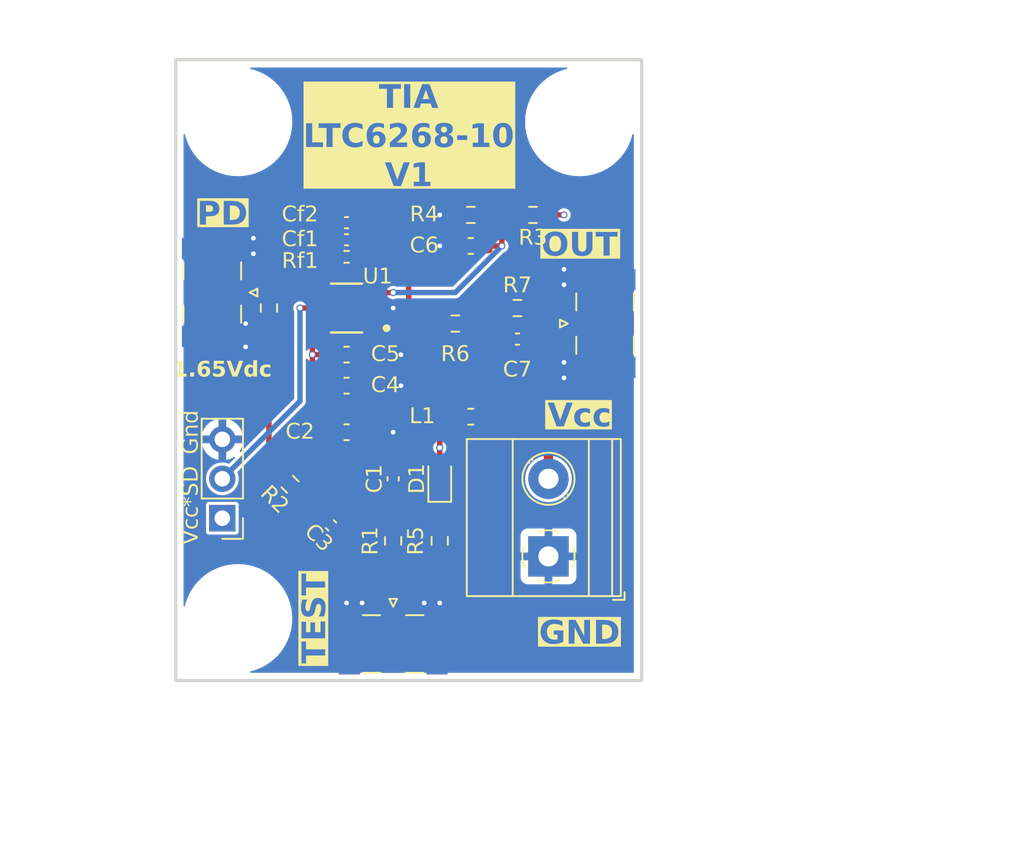
<source format=kicad_pcb>
(kicad_pcb (version 20240108) (generator "pcbnew") (generator_version "8.0")
  (layers (0 "F.Cu" signal) (1 "In1.Cu" signal) (2 "In2.Cu" signal) (31 "B.Cu" signal) (34 "B.Paste" user) (35 "F.Paste" user) (36 "B.SilkS" user "B.Silkscreen") (37 "F.SilkS" user "F.Silkscreen") (38 "B.Mask" user) (39 "F.Mask" user) (44 "Edge.Cuts" user))
  (net 0 "")
  (net 1 "GND")
  (net 2 "Net-(C1-Pad1)")
  (net 3 "Net-(J3-In)")
  (net 4 "VCC")
  (net 5 "Net-(C3-Pad2)")
  (net 6 "Net-(U1-+IN)")
  (net 7 "Net-(J4-In)")
  (net 8 "Net-(U1-OUT)")
  (net 9 "Net-(J1-In)")
  (net 10 "Net-(D1-K)")
  (net 11 "Net-(J2-Pin_2)")
  (net 12 "/Shutdown_L")
  (net 13 "Net-(JP1-A)")
  (net 14 "Net-(C7-Pad1)")
  (footprint "Connector_Coaxial:SMA_Samtec_SMA-J-P-X-ST-EM1_EdgeMount" (layer "F.Cu") (at 134.420001 70 90)
    (property "Reference" "J4")
    (property "Value" "OUT")
    (fp_line (start 0.25 -2.76) (end -0.25 -2.76) (stroke (width 0.12)) (layer "F.SilkS"))
    (fp_line (start -0.25 -2.76) (end 0 -2.26) (stroke (width 0.12)) (layer "F.SilkS"))
    (fp_line (start 0 -2.26) (end 0.25 -2.76) (stroke (width 0.12)) (layer "F.SilkS"))
    (fp_line (start 0.84 -1.71) (end 1.95 -1.71) (stroke (width 0.12)) (layer "F.SilkS"))
    (fp_line (start -1.95 -1.71) (end -0.84 -1.71) (stroke (width 0.12)) (layer "F.SilkS"))
    (fp_line (start 0.84 2) (end 1.95 2) (stroke (width 0.12)) (layer "F.SilkS"))
    (fp_line (start -1.95 2) (end -0.84 2) (stroke (width 0.12)) (layer "F.SilkS"))
    (pad "1" smd rect (at 0 0.2 90) (size 1.27 3.6) (layers "F.Cu" "F.Paste" "F.Mask") (net 7 "Net-(J4-In)"))
    (pad "2" smd rect (at -2.825 0 90) (size 1.35 4.2) (layers "F.Cu" "F.Paste" "F.Mask") (net 1 "GND"))
    (pad "2" smd rect (at -2.825 0 90) (size 1.35 4.2) (layers "B.Cu" "B.Paste" "B.Mask") (net 1 "GND"))
    (pad "2" smd rect (at 2.825 0 90) (size 1.35 4.2) (layers "F.Cu" "F.Paste" "F.Mask") (net 1 "GND"))
    (pad "2" smd rect (at 2.825 0 90) (size 1.35 4.2) (layers "B.Cu" "B.Paste" "B.Mask") (net 1 "GND"))
  )
  (footprint "Resistor_SMD:R_0603_1608Metric_Pad0.98x0.95mm_HandSolder" (layer "F.Cu") (at 128.920001 69)
    (property "Reference" "R7" (at 0 -1.43 0) (layer "F.SilkS"))
    (property "Value" "0")
    (fp_line (start -0.254724 -0.5225) (end 0.254724 -0.5225) (stroke (width 0.12)) (layer "F.SilkS"))
    (fp_line (start -0.254724 0.5225) (end 0.254724 0.5225) (stroke (width 0.12)) (layer "F.SilkS"))
    (pad "1" smd roundrect (at -0.9125 0) (size 0.975 0.95) (layers "F.Cu" "F.Paste" "F.Mask") (net 14 "Net-(C7-Pad1)"))
    (pad "2" smd roundrect (at 0.9125 0) (size 0.975 0.95) (layers "F.Cu" "F.Paste" "F.Mask") (net 7 "Net-(J4-In)"))
  )
  (footprint "Capacitor_SMD:C_0603_1608Metric_Pad1.08x0.95mm_HandSolder" (layer "F.Cu") (at 117.920001 74)
    (property "Reference" "C4" (at 2.5 0 0) (layer "F.SilkS"))
    (property "Value" "1uF")
    (fp_line (start -0.146267 -0.51) (end 0.146267 -0.51) (stroke (width 0.12)) (layer "F.SilkS"))
    (fp_line (start -0.146267 0.51) (end 0.146267 0.51) (stroke (width 0.12)) (layer "F.SilkS"))
    (pad "1" smd roundrect (at -0.8625 0) (size 1.075 0.95) (layers "F.Cu" "F.Paste" "F.Mask") (net 4 "VCC"))
    (pad "2" smd roundrect (at 0.8625 0) (size 1.075 0.95) (layers "F.Cu" "F.Paste" "F.Mask") (net 1 "GND"))
  )
  (footprint "TerminalBlock_Phoenix:TerminalBlock_Phoenix_MKDS-1,5-2_1x02_P5.00mm_Horizontal" (layer "F.Cu") (at 130.920001 85 90)
    (property "Reference" "J2")
    (property "Value" "Vout")
    (fp_line (start 7.56 -5.261) (end 7.56 4.66) (stroke (width 0.12)) (layer "F.SilkS"))
    (fp_line (start -2.56 -5.261) (end 7.56 -5.261) (stroke (width 0.12)) (layer "F.SilkS"))
    (fp_line (start -2.56 -5.261) (end -2.56 4.66) (stroke (width 0.12)) (layer "F.SilkS"))
    (fp_line (start -2.56 -2.301) (end 7.56 -2.301) (stroke (width 0.12)) (layer "F.SilkS"))
    (fp_line (start 6.07 -1.275) (end 6.035 -1.239) (stroke (width 0.12)) (layer "F.SilkS"))
    (fp_line (start 6.275 -1.069) (end 6.228 -1.023) (stroke (width 0.12)) (layer "F.SilkS"))
    (fp_line (start 3.773 1.023) (end 3.726 1.069) (stroke (width 0.12)) (layer "F.SilkS"))
    (fp_line (start 3.966 1.239) (end 3.931 1.274) (stroke (width 0.12)) (layer "F.SilkS"))
    (fp_line (start -2.56 2.6) (end 7.56 2.6) (stroke (width 0.12)) (layer "F.SilkS"))
    (fp_line (start -2.56 4.1) (end 7.56 4.1) (stroke (width 0.12)) (layer "F.SilkS"))
    (fp_line (start -2.8 4.16) (end -2.8 4.9) (stroke (width 0.12)) (layer "F.SilkS"))
    (fp_line (start -2.56 4.66) (end 7.56 4.66) (stroke (width 0.12)) (layer "F.SilkS"))
    (fp_line (start -2.8 4.9) (end -2.3 4.9) (stroke (width 0.12)) (layer "F.SilkS"))
    (fp_arc (start -0.683042 -1.535427) (mid 0.000524 -1.680501) (end 0.684 -1.535) (stroke (width 0.12)) (layer "F.SilkS"))
    (fp_arc (start 1.535427 -0.683042) (mid 1.680501 0.000524) (end 1.535 0.684) (stroke (width 0.12)) (layer "F.SilkS"))
    (fp_arc (start -1.535427 0.683042) (mid -1.680501 -0.000524) (end -1.535 -0.684) (stroke (width 0.12)) (layer "F.SilkS"))
    (fp_arc (start 0.683318 1.534756) (mid 0.349292 1.643288) (end 0 1.68) (stroke (width 0.12)) (layer "F.SilkS"))
    (fp_arc (start 0.028805 1.680253) (mid -0.335551 1.646659) (end -0.684 1.535) (stroke (width 0.12)) (layer "F.SilkS"))
    (fp_circle (center 5 0) (end 6.68 0) (stroke (width 0.12)) (fill none) (layer "F.SilkS"))
    (pad "1" thru_hole rect (at 0 0 90) (size 2.6 2.6) (drill 1.3) (layers "*.Cu" "*.Mask") (net 1 "GND"))
    (pad "2" thru_hole circle (at 5 0 90) (size 2.6 2.6) (drill 1.3) (layers "*.Cu" "*.Mask") (net 11 "Net-(J2-Pin_2)"))
  )
  (footprint "MountingHole:MountingHole_3.2mm_M3_DIN965" (layer "F.Cu") (at 110.920001 89)
    (property "Reference" "H2" (hide yes))
    (property "Value" "M3")
    (pad "" np_thru_hole circle (at 0 0) (size 3.2 3.2) (drill 3.2) (layers "*.Cu" "*.Mask"))
  )
  (footprint "Resistor_SMD:R_0603_1608Metric_Pad0.98x0.95mm_HandSolder" (layer "F.Cu") (at 129.920001 63 180)
    (property "Reference" "R3" (at 0 -1.5 180) (layer "F.SilkS"))
    (property "Value" "10k")
    (fp_line (start -0.254724 0.5225) (end 0.254724 0.5225) (stroke (width 0.12)) (layer "F.SilkS"))
    (fp_line (start -0.254724 -0.5225) (end 0.254724 -0.5225) (stroke (width 0.12)) (layer "F.SilkS"))
    (pad "1" smd roundrect (at -0.9125 0 180) (size 0.975 0.95) (layers "F.Cu" "F.Paste" "F.Mask") (net 4 "VCC"))
    (pad "2" smd roundrect (at 0.9125 0 180) (size 0.975 0.95) (layers "F.Cu" "F.Paste" "F.Mask") (net 6 "Net-(U1-+IN)"))
  )
  (footprint "LumiCom_TIA:TSOT-23_S6_LIT" (layer "F.Cu") (at 117.920001 69 180)
    (property "Reference" "U1" (at -2 2 0) (layer "F.SilkS"))
    (property "Value" "LTC6268-10")
    (fp_line (start 1.0033 -1.5748) (end -1.0033 -1.5748) (stroke (width 0.1524)) (layer "F.SilkS"))
    (fp_line (start -1.0033 1.5748) (end 1.0033 1.5748) (stroke (width 0.1524)) (layer "F.SilkS"))
    (fp_circle (center -2.574999 -1.3) (end -2.449998 -1.3) (stroke (width 0.25)) (fill none) (layer "F.SilkS"))
    (pad "1" smd rect (at -1.311651 -0.950001 180) (size 0.870699 0.5072) (layers "F.Cu" "F.Paste" "F.Mask") (net 8 "Net-(U1-OUT)"))
    (pad "2" smd rect (at -1.311651 0 180) (size 0.870699 0.5072) (layers "F.Cu" "F.Paste" "F.Mask") (net 1 "GND"))
    (pad "3" smd rect (at -1.311651 0.950001 180) (size 0.870699 0.5072) (layers "F.Cu" "F.Paste" "F.Mask") (net 6 "Net-(U1-+IN)"))
    (pad "4" smd rect (at 1.311651 0.950001 180) (size 0.870699 0.5072) (layers "F.Cu" "F.Paste" "F.Mask") (net 9 "Net-(J1-In)"))
    (pad "5" smd rect (at 1.311651 0 180) (size 0.870699 0.5072) (layers "F.Cu" "F.Paste" "F.Mask") (net 12 "/Shutdown_L"))
    (pad "6" smd rect (at 1.311651 -0.950001 180) (size 0.870699 0.5072) (layers "F.Cu" "F.Paste" "F.Mask") (net 4 "VCC"))
  )
  (footprint "Inductor_SMD:L_0603_1608Metric_Pad1.05x0.95mm_HandSolder" (layer "F.Cu") (at 125.920001 76 180)
    (property "Reference" "L1" (at 3.125 0 180) (layer "F.SilkS"))
    (property "Value" " Ferrite Beads 220 OHM ")
    (fp_line (start -0.171267 0.51) (end 0.171267 0.51) (stroke (width 0.12)) (layer "F.SilkS"))
    (fp_line (start -0.171267 -0.51) (end 0.171267 -0.51) (stroke (width 0.12)) (layer "F.SilkS"))
    (pad "1" smd roundrect (at -0.875 0 180) (size 1.05 0.95) (layers "F.Cu" "F.Paste" "F.Mask") (net 11 "Net-(J2-Pin_2)"))
    (pad "2" smd roundrect (at 0.875 0 180) (size 1.05 0.95) (layers "F.Cu" "F.Paste" "F.Mask") (net 4 "VCC"))
  )
  (footprint "Capacitor_SMD:C_0603_1608Metric_Pad1.08x0.95mm_HandSolder" (layer "F.Cu") (at 117.920001 72)
    (property "Reference" "C5" (at 2.5 0 0) (layer "F.SilkS"))
    (property "Value" "100nF")
    (fp_line (start -0.146267 -0.51) (end 0.146267 -0.51) (stroke (width 0.12)) (layer "F.SilkS"))
    (fp_line (start -0.146267 0.51) (end 0.146267 0.51) (stroke (width 0.12)) (layer "F.SilkS"))
    (pad "1" smd roundrect (at -0.8625 0) (size 1.075 0.95) (layers "F.Cu" "F.Paste" "F.Mask") (net 4 "VCC"))
    (pad "2" smd roundrect (at 0.8625 0) (size 1.075 0.95) (layers "F.Cu" "F.Paste" "F.Mask") (net 1 "GND"))
  )
  (footprint "Capacitor_SMD:C_0402_1005Metric_Pad0.74x0.62mm_HandSolder" (layer "F.Cu") (at 128.920001 71)
    (property "Reference" "C7" (at 0 2 0) (layer "F.SilkS"))
    (property "Value" ".1uF")
    (fp_line (start -0.115835 -0.36) (end 0.115835 -0.36) (stroke (width 0.12)) (layer "F.SilkS"))
    (fp_line (start -0.115835 0.36) (end 0.115835 0.36) (stroke (width 0.12)) (layer "F.SilkS"))
    (pad "1" smd roundrect (at -0.5675 0) (size 0.735 0.62) (layers "F.Cu" "F.Paste" "F.Mask") (net 14 "Net-(C7-Pad1)"))
    (pad "2" smd roundrect (at 0.5675 0) (size 0.735 0.62) (layers "F.Cu" "F.Paste" "F.Mask") (net 7 "Net-(J4-In)"))
  )
  (footprint "Connector_Coaxial:SMA_Samtec_SMA-J-P-X-ST-EM1_EdgeMount" (layer "F.Cu") (at 109.420001 68 -90)
    (property "Reference" "J1")
    (property "Value" "IN")
    (fp_line (start -1.95 2) (end -0.84 2) (stroke (width 0.12)) (layer "F.SilkS"))
    (fp_line (start 0.84 2) (end 1.95 2) (stroke (width 0.12)) (layer "F.SilkS"))
    (fp_line (start -1.95 -1.71) (end -0.84 -1.71) (stroke (width 0.12)) (layer "F.SilkS"))
    (fp_line (start 0.84 -1.71) (end 1.95 -1.71) (stroke (width 0.12)) (layer "F.SilkS"))
    (fp_line (start 0 -2.26) (end 0.25 -2.76) (stroke (width 0.12)) (layer "F.SilkS"))
    (fp_line (start -0.25 -2.76) (end 0 -2.26) (stroke (width 0.12)) (layer "F.SilkS"))
    (fp_line (start 0.25 -2.76) (end -0.25 -2.76) (stroke (width 0.12)) (layer "F.SilkS"))
    (pad "1" smd rect (at 0 0.2 270) (size 1.27 3.6) (layers "F.Cu" "F.Paste" "F.Mask") (net 9 "Net-(J1-In)"))
    (pad "2" smd rect (at -2.825 0 270) (size 1.35 4.2) (layers "F.Cu" "F.Paste" "F.Mask") (net 1 "GND"))
    (pad "2" smd rect (at -2.825 0 270) (size 1.35 4.2) (layers "B.Cu" "B.Paste" "B.Mask") (net 1 "GND"))
    (pad "2" smd rect (at 2.825 0 270) (size 1.35 4.2) (layers "F.Cu" "F.Paste" "F.Mask") (net 1 "GND"))
    (pad "2" smd rect (at 2.825 0 270) (size 1.35 4.2) (layers "B.Cu" "B.Paste" "B.Mask") (net 1 "GND"))
  )
  (footprint "Capacitor_SMD:C_0402_1005Metric_Pad0.74x0.62mm_HandSolder" (layer "F.Cu") (at 116.920001 83 135)
    (property "Reference" "C3" (at 0 -1.16 135) (layer "F.SilkS"))
    (property "Value" ".1uF")
    (fp_line (start -0.115835 -0.36) (end 0.115835 -0.36) (stroke (width 0.12)) (layer "F.SilkS"))
    (fp_line (start -0.115835 0.36) (end 0.115835 0.36) (stroke (width 0.12)) (layer "F.SilkS"))
    (pad "1" smd roundrect (at -0.5675 0 135) (size 0.735 0.62) (layers "F.Cu" "F.Paste" "F.Mask") (net 3 "Net-(J3-In)"))
    (pad "2" smd roundrect (at 0.5675 0 135) (size 0.735 0.62) (layers "F.Cu" "F.Paste" "F.Mask") (net 5 "Net-(C3-Pad2)"))
  )
  (footprint "MountingHole:MountingHole_3.2mm_M3_DIN965" (layer "F.Cu") (at 132.920001 57)
    (property "Reference" "H1" (hide yes))
    (property "Value" "M3")
    (pad "" np_thru_hole circle (at 0 0) (size 3.2 3.2) (drill 3.2) (layers "*.Cu" "*.Mask"))
  )
  (footprint "Connector_Coaxial:SMA_Samtec_SMA-J-P-X-ST-EM1_EdgeMount" (layer "F.Cu") (at 120.920001 90.5)
    (property "Reference" "J3")
    (property "Value" "TEST")
    (fp_line (start -1.95 -1.71) (end -0.84 -1.71) (stroke (width 0.12)) (layer "F.SilkS"))
    (fp_line (start -1.95 2) (end -0.84 2) (stroke (width 0.12)) (layer "F.SilkS"))
    (fp_line (start -0.25 -2.76) (end 0 -2.26) (stroke (width 0.12)) (layer "F.SilkS"))
    (fp_line (start 0 -2.26) (end 0.25 -2.76) (stroke (width 0.12)) (layer "F.SilkS"))
    (fp_line (start 0.25 -2.76) (end -0.25 -2.76) (stroke (width 0.12)) (layer "F.SilkS"))
    (fp_line (start 0.84 -1.71) (end 1.95 -1.71) (stroke (width 0.12)) (layer "F.SilkS"))
    (fp_line (start 0.84 2) (end 1.95 2) (stroke (width 0.12)) (layer "F.SilkS"))
    (pad "1" smd rect (at 0 0.2) (size 1.27 3.6) (layers "F.Cu" "F.Paste" "F.Mask") (net 3 "Net-(J3-In)"))
    (pad "2" smd rect (at -2.825 0) (size 1.35 4.2) (layers "F.Cu" "F.Paste" "F.Mask") (net 1 "GND"))
    (pad "2" smd rect (at -2.825 0) (size 1.35 4.2) (layers "B.Cu" "B.Paste" "B.Mask") (net 1 "GND"))
    (pad "2" smd rect (at 2.825 0) (size 1.35 4.2) (layers "F.Cu" "F.Paste" "F.Mask") (net 1 "GND"))
    (pad "2" smd rect (at 2.825 0) (size 1.35 4.2) (layers "B.Cu" "B.Paste" "B.Mask") (net 1 "GND"))
  )
  (footprint "Capacitor_SMD:C_0402_1005Metric_Pad0.74x0.62mm_HandSolder" (layer "F.Cu") (at 120.920001 80 90)
    (property "Reference" "C1" (at 0 -1.16 90) (layer "F.SilkS"))
    (property "Value" ".1uF")
    (fp_line (start -0.115835 -0.36) (end 0.115835 -0.36) (stroke (width 0.12)) (layer "F.SilkS"))
    (fp_line (start -0.115835 0.36) (end 0.115835 0.36) (stroke (width 0.12)) (layer "F.SilkS"))
    (pad "1" smd roundrect (at -0.5675 0 90) (size 0.735 0.62) (layers "F.Cu" "F.Paste" "F.Mask") (net 2 "Net-(C1-Pad1)"))
    (pad "2" smd roundrect (at 0.5675 0 90) (size 0.735 0.62) (layers "F.Cu" "F.Paste" "F.Mask") (net 1 "GND"))
  )
  (footprint "LED_SMD:LED_0603_1608Metric" (layer "F.Cu") (at 123.920001 80 90)
    (property "Reference" "D1" (at 0 -1.43 90) (layer "F.SilkS"))
    (property "Value" "Green Led")
    (fp_line (start 0.8 -0.735) (end -1.485 -0.735) (stroke (width 0.12)) (layer "F.SilkS"))
    (fp_line (start -1.485 -0.735) (end -1.485 0.735) (stroke (width 0.12)) (layer "F.SilkS"))
    (fp_line (start -1.485 0.735) (end 0.8 0.735) (stroke (width 0.12)) (layer "F.SilkS"))
    (pad "1" smd roundrect (at -0.7875 0 90) (size 0.875 0.95) (layers "F.Cu" "F.Paste" "F.Mask") (net 10 "Net-(D1-K)"))
    (pad "2" smd roundrect (at 0.7875 0 90) (size 0.875 0.95) (layers "F.Cu" "F.Paste" "F.Mask") (net 4 "VCC"))
  )
  (footprint "Capacitor_SMD:C_0402_1005Metric" (layer "F.Cu") (at 117.920001 63.5)
    (property "Reference" "Cf2" (at -3 -0.5 0) (layer "F.SilkS"))
    (property "Value" ".5pF")
    (fp_line (start -0.107836 -0.36) (end 0.107836 -0.36) (stroke (width 0.12)) (layer "F.SilkS"))
    (fp_line (start -0.107836 0.36) (end 0.107836 0.36) (stroke (width 0.12)) (layer "F.SilkS"))
    (pad "1" smd roundrect (at -0.48 0) (size 0.56 0.62) (layers "F.Cu" "F.Paste" "F.Mask") (net 9 "Net-(J1-In)"))
    (pad "2" smd roundrect (at 0.48 0) (size 0.56 0.62) (layers "F.Cu" "F.Paste" "F.Mask") (net 8 "Net-(U1-OUT)"))
  )
  (footprint "Capacitor_SMD:C_0603_1608Metric_Pad1.08x0.95mm_HandSolder" (layer "F.Cu") (at 117.920001 77)
    (property "Reference" "C2" (at -3 0 0) (layer "F.SilkS"))
    (property "Value" "10uF")
    (fp_line (start -0.146267 -0.51) (end 0.146267 -0.51) (stroke (width 0.12)) (layer "F.SilkS"))
    (fp_line (start -0.146267 0.51) (end 0.146267 0.51) (stroke (width 0.12)) (layer "F.SilkS"))
    (pad "1" smd roundrect (at -0.8625 0) (size 1.075 0.95) (layers "F.Cu" "F.Paste" "F.Mask") (net 4 "VCC"))
    (pad "2" smd roundrect (at 0.8625 0) (size 1.075 0.95) (layers "F.Cu" "F.Paste" "F.Mask") (net 1 "GND"))
  )
  (footprint "Resistor_SMD:R_0603_1608Metric_Pad0.98x0.95mm_HandSolder" (layer "F.Cu") (at 124.920001 70)
    (property "Reference" "R6" (at 0 2 0) (layer "F.SilkS"))
    (property "Value" "49.9")
    (fp_line (start -0.254724 -0.5225) (end 0.254724 -0.5225) (stroke (width 0.12)) (layer "F.SilkS"))
    (fp_line (start -0.254724 0.5225) (end 0.254724 0.5225) (stroke (width 0.12)) (layer "F.SilkS"))
    (pad "1" smd roundrect (at -0.9125 0) (size 0.975 0.95) (layers "F.Cu" "F.Paste" "F.Mask") (net 8 "Net-(U1-OUT)"))
    (pad "2" smd roundrect (at 0.9125 0) (size 0.975 0.95) (layers "F.Cu" "F.Paste" "F.Mask") (net 14 "Net-(C7-Pad1)"))
  )
  (footprint "MountingHole:MountingHole_3.2mm_M3_DIN965" (layer "F.Cu") (at 110.920001 57)
    (property "Reference" "H3" (hide yes))
    (property "Value" "M3")
    (pad "" np_thru_hole circle (at 0 0) (size 3.2 3.2) (drill 3.2) (layers "*.Cu" "*.Mask"))
  )
  (footprint "Resistor_SMD:R_0603_1608Metric_Pad0.98x0.95mm_HandSolder" (layer "F.Cu") (at 114.274766 80.354765 135)
    (property "Reference" "R2" (at 0 -1.43 -45) (layer "F.SilkS"))
    (property "Value" "4.02K")
    (fp_line (start -0.254724 -0.5225) (end 0.254724 -0.5225) (stroke (width 0.12)) (layer "F.SilkS"))
    (fp_line (start -0.254724 0.5225) (end 0.254724 0.5225) (stroke (width 0.12)) (layer "F.SilkS"))
    (pad "1" smd roundrect (at -0.9125 0 135) (size 0.975 0.95) (layers "F.Cu" "F.Paste" "F.Mask") (net 5 "Net-(C3-Pad2)"))
    (pad "2" smd roundrect (at 0.9125 0 135) (size 0.975 0.95) (layers "F.Cu" "F.Paste" "F.Mask") (net 13 "Net-(JP1-A)"))
  )
  (footprint "Resistor_SMD:R_0603_1608Metric_Pad0.98x0.95mm_HandSolder" (layer "F.Cu") (at 112.920001 69 90)
    (property "Reference" "JP1" (hide yes))
    (property "Value" "Test")
    (fp_line (start -0.254724 -0.5225) (end 0.254724 -0.5225) (stroke (width 0.12)) (layer "F.SilkS"))
    (fp_line (start -0.254724 0.5225) (end 0.254724 0.5225) (stroke (width 0.12)) (layer "F.SilkS"))
    (pad "1" smd roundrect (at -0.9125 0 90) (size 0.975 0.95) (layers "F.Cu" "F.Paste" "F.Mask") (net 13 "Net-(JP1-A)"))
    (pad "2" smd roundrect (at 0.9125 0 90) (size 0.975 0.95) (layers "F.Cu" "F.Paste" "F.Mask") (net 9 "Net-(J1-In)"))
  )
  (footprint "Resistor_SMD:R_0603_1608Metric_Pad0.98x0.95mm_HandSolder" (layer "F.Cu") (at 123.920001 84 -90)
    (property "Reference" "R5" (at 0 1.5 90) (layer "F.SilkS"))
    (property "Value" "1k2")
    (fp_line (start -0.254724 0.5225) (end 0.254724 0.5225) (stroke (width 0.12)) (layer "F.SilkS"))
    (fp_line (start -0.254724 -0.5225) (end 0.254724 -0.5225) (stroke (width 0.12)) (layer "F.SilkS"))
    (pad "1" smd roundrect (at -0.9125 0 270) (size 0.975 0.95) (layers "F.Cu" "F.Paste" "F.Mask") (net 10 "Net-(D1-K)"))
    (pad "2" smd roundrect (at 0.9125 0 270) (size 0.975 0.95) (layers "F.Cu" "F.Paste" "F.Mask") (net 1 "GND"))
  )
  (footprint "Resistor_SMD:R_0603_1608Metric_Pad0.98x0.95mm_HandSolder" (layer "F.Cu") (at 125.920001 63 180)
    (property "Reference" "R4" (at 3 0 180) (layer "F.SilkS"))
    (property "Value" "10k")
    (fp_line (start -0.254724 0.5225) (end 0.254724 0.5225) (stroke (width 0.12)) (layer "F.SilkS"))
    (fp_line (start -0.254724 -0.5225) (end 0.254724 -0.5225) (stroke (width 0.12)) (layer "F.SilkS"))
    (pad "1" smd roundrect (at -0.9125 0 180) (size 0.975 0.95) (layers "F.Cu" "F.Paste" "F.Mask") (net 6 "Net-(U1-+IN)"))
    (pad "2" smd roundrect (at 0.9125 0 180) (size 0.975 0.95) (layers "F.Cu" "F.Paste" "F.Mask") (net 1 "GND"))
  )
  (footprint "Resistor_SMD:R_0402_1005Metric" (layer "F.Cu") (at 117.920001 65.7)
    (property "Reference" "Rf1" (at -3 0.3 0) (layer "F.SilkS"))
    (property "Value" "3k")
    (fp_line (start -0.153641 -0.38) (end 0.153641 -0.38) (stroke (width 0.12)) (layer "F.SilkS"))
    (fp_line (start -0.153641 0.38) (end 0.153641 0.38) (stroke (width 0.12)) (layer "F.SilkS"))
    (pad "1" smd roundrect (at -0.51 0) (size 0.54 0.64) (layers "F.Cu" "F.Paste" "F.Mask") (net 9 "Net-(J1-In)"))
    (pad "2" smd roundrect (at 0.51 0) (size 0.54 0.64) (layers "F.Cu" "F.Paste" "F.Mask") (net 8 "Net-(U1-OUT)"))
  )
  (footprint "Connector_PinHeader_2.54mm:PinHeader_1x03_P2.54mm_Vertical" (layer "F.Cu") (at 109.920001 82.54 180)
    (property "Reference" "SD_L1" (hide yes))
    (property "Value" "SD_L")
    (fp_line (start 1.33 1.27) (end 1.33 6.41) (stroke (width 0.12)) (layer "F.SilkS"))
    (fp_line (start -1.33 6.41) (end 1.33 6.41) (stroke (width 0.12)) (layer "F.SilkS"))
    (fp_line (start -1.33 1.27) (end 1.33 1.27) (stroke (width 0.12)) (layer "F.SilkS"))
    (fp_line (start -1.33 1.27) (end -1.33 6.41) (stroke (width 0.12)) (layer "F.SilkS"))
    (fp_line (start -1.33 0) (end -1.33 -1.33) (stroke (width 0.12)) (layer "F.SilkS"))
    (fp_line (start -1.33 -1.33) (end 0 -1.33) (stroke (width 0.12)) (layer "F.SilkS"))
    (pad "1" thru_hole rect (at 0 0 180) (size 1.7 1.7) (drill 1) (layers "*.Cu" "*.Mask") (net 4 "VCC"))
    (pad "2" thru_hole oval (at 0 2.54 180) (size 1.7 1.7) (drill 1) (layers "*.Cu" "*.Mask") (net 12 "/Shutdown_L"))
    (pad "3" thru_hole oval (at 0 5.08 180) (size 1.7 1.7) (drill 1) (layers "*.Cu" "*.Mask") (net 1 "GND"))
  )
  (footprint "Resistor_SMD:R_0603_1608Metric_Pad0.98x0.95mm_HandSolder" (layer "F.Cu") (at 120.920001 84 90)
    (property "Reference" "R1" (at 0 -1.43 -90) (layer "F.SilkS"))
    (property "Value" "49.9")
    (fp_line (start -0.254724 -0.5225) (end 0.254724 -0.5225) (stroke (width 0.12)) (layer "F.SilkS"))
    (fp_line (start -0.254724 0.5225) (end 0.254724 0.5225) (stroke (width 0.12)) (layer "F.SilkS"))
    (pad "1" smd roundrect (at -0.9125 0 90) (size 0.975 0.95) (layers "F.Cu" "F.Paste" "F.Mask") (net 3 "Net-(J3-In)"))
    (pad "2" smd roundrect (at 0.9125 0 90) (size 0.975 0.95) (layers "F.Cu" "F.Paste" "F.Mask") (net 2 "Net-(C1-Pad1)"))
  )
  (footprint "Capacitor_SMD:C_0603_1608Metric_Pad1.08x0.95mm_HandSolder" (layer "F.Cu") (at 125.920001 65 180)
    (property "Reference" "C6" (at 3 0 180) (layer "F.SilkS"))
    (property "Value" "10uF")
    (fp_line (start -0.146267 0.51) (end 0.146267 0.51) (stroke (width 0.12)) (layer "F.SilkS"))
    (fp_line (start -0.146267 -0.51) (end 0.146267 -0.51) (stroke (width 0.12)) (layer "F.SilkS"))
    (pad "1" smd roundrect (at -0.8625 0 180) (size 1.075 0.95) (layers "F.Cu" "F.Paste" "F.Mask") (net 6 "Net-(U1-+IN)"))
    (pad "2" smd roundrect (at 0.8625 0 180) (size 1.075 0.95) (layers "F.Cu" "F.Paste" "F.Mask") (net 1 "GND"))
  )
  (footprint "Capacitor_SMD:C_0402_1005Metric" (layer "F.Cu") (at 117.920001 64.6)
    (property "Reference" "Cf1" (at -3 0 0) (layer "F.SilkS"))
    (property "Value" ".2pF")
    (fp_line (start -0.107836 -0.36) (end 0.107836 -0.36) (stroke (width 0.12)) (layer "F.SilkS"))
    (fp_line (start -0.107836 0.36) (end 0.107836 0.36) (stroke (width 0.12)) (layer "F.SilkS"))
    (pad "1" smd roundrect (at -0.48 0) (size 0.56 0.62) (layers "F.Cu" "F.Paste" "F.Mask") (net 9 "Net-(J1-In)"))
    (pad "2" smd roundrect (at 0.48 0) (size 0.56 0.62) (layers "F.Cu" "F.Paste" "F.Mask") (net 8 "Net-(U1-OUT)"))
  )
  (gr_rect (start 106.920001 53) (end 136.920001 93) (stroke (width 0.2)) (fill none) (layer "Edge.Cuts"))
  (gr_text "1.65Vdc" (at 109.920001 73 0) (layer "F.SilkS") (effects (font (size 1 1) (thickness 0.25) (bold yes))))
  (gr_text "Gnd" (at 107.920001 77 90) (layer "F.SilkS") (effects (font (size 1 1) (thickness 0.25))))
  (gr_text "*SD" (at 107.920001 80.5 90) (layer "F.SilkS") (effects (font (size 1 1) (thickness 0.25))))
  (gr_text "Vcc" (at 132.920001 76 0) (layer "F.SilkS" knockout) (effects (font (size 1.5 1.5) (thickness 0.3) (bold yes) (italic yes))))
  (gr_text "OUT" (at 132.920001 65 0) (layer "F.SilkS" knockout) (effects (font (size 1.5 1.5) (thickness 0.3) (bold yes) (italic yes))))
  (gr_text "TIA\nLTC6268-10\nV1" (at 121.920001 58 0) (layer "F.SilkS" knockout) (effects (font (size 1.5 1.5) (thickness 0.3) (bold yes) (italic yes))))
  (gr_text "GND" (at 132.920001 90 0) (layer "F.SilkS" knockout) (effects (font (size 1.5 1.5) (thickness 0.3) (bold yes) (italic yes))))
  (gr_text "PD" (at 109.920001 63 0) (layer "F.SilkS" knockout) (effects (font (size 1.5 1.5) (thickness 0.3) (bold yes) (italic yes))))
  (gr_text "Vcc" (at 107.920001 83 90) (layer "F.SilkS") (effects (font (size 1 1) (thickness 0.25))))
  (gr_text "TEST" (at 115.920001 89 90) (layer "F.SilkS" knockout) (effects (font (size 1.5 1.5) (thickness 0.3) (bold yes) (italic yes))))
  (segment (start 122.920001 89) (end 122.920001 88) (width 0.3493) (layer "F.Cu") (net 1))
  (segment (start 135.135001 66.5) (end 135.810001 67.175) (width 0.3493) (layer "F.Cu") (net 1))
  (segment (start 109.745001 65.5) (end 111.920001 65.5) (width 0.3493) (layer "F.Cu") (net 1))
  (segment (start 109.420001 70.825) (end 110.245001 70) (width 0.3493) (layer "F.Cu") (net 1))
  (segment (start 123.745001 89.825) (end 122.920001 89) (width 0.3493) (layer "F.Cu") (net 1))
  (segment (start 131.920001 66.5) (end 135.135001 66.5) (width 0.3493) (layer "F.Cu") (net 1))
  (segment (start 135.485001 67.5) (end 131.920001 67.5) (width 0.3493) (layer "F.Cu") (net 1))
  (segment (start 135.135001 73.5) (end 131.920001 73.5) (width 0.3493) (layer "F.Cu") (net 1))
  (segment (start 118.782502 72) (end 121.420001 72) (width 0.3493) (layer "F.Cu") (net 1))
  (segment (start 110.095001 71.5) (end 109.420001 70.825) (width 0.3493) (layer "F.Cu") (net 1))
  (segment (start 110.245001 70) (end 111.420001 70) (width 0.3493) (layer "F.Cu") (net 1))
  (segment (start 109.420001 65.175) (end 110.095001 64.5) (width 0.3493) (layer "F.Cu") (net 1))
  (segment (start 118.782501 74) (end 121.420001 74) (width 0.3493) (layer "F.Cu") (net 1))
  (segment (start 123.920001 90.325) (end 123.920001 88) (width 0.3493) (layer "F.Cu") (net 1))
  (segment (start 135.485001 72.5) (end 135.810001 72.825) (width 0.3493) (layer "F.Cu") (net 1))
  (segment (start 135.810001 72.825) (end 135.135001 73.5) (width 0.3493) (layer "F.Cu") (net 1))
  (segment (start 125.007501 63) (end 123.920001 63) (width 0.3493) (layer "F.Cu") (net 1))
  (segment (start 117.920001 90.325) (end 117.920001 88) (width 0.3493) (layer "F.Cu") (net 1))
  (segment (start 118.920001 89) (end 118.920001 88) (width 0.3493) (layer "F.Cu") (net 1))
  (segment (start 118.782501 77) (end 120.920001 77) (width 0.3493) (layer "F.Cu") (net 1))
  (segment (start 120.920001 79.4325) (end 120.920001 77) (width 0.3493) (layer "F.Cu") (net 1))
  (segment (start 123.920001 84.9125) (end 123.920001 88) (width 0.3493) (layer "F.Cu") (net 1))
  (segment (start 125.057501 65) (end 123.920001 65) (width 0.3493) (layer "F.Cu") (net 1))
  (segment (start 123.745001 90.5) (end 123.745001 89.825) (width 0.3493) (layer "F.Cu") (net 1))
  (segment (start 131.920001 72.5) (end 135.485001 72.5) (width 0.3493) (layer "F.Cu") (net 1))
  (segment (start 117.920001 90) (end 118.920001 89) (width 0.3493) (layer "F.Cu") (net 1))
  (segment (start 123.745001 90.5) (end 123.920001 90.325) (width 0.3493) (layer "F.Cu") (net 1))
  (segment (start 135.810001 67.175) (end 135.485001 67.5) (width 0.3493) (layer "F.Cu") (net 1))
  (segment (start 109.420001 65.175) (end 109.745001 65.5) (width 0.3493) (layer "F.Cu") (net 1))
  (segment (start 117.920001 90.325) (end 117.920001 90) (width 0.3493) (layer "F.Cu") (net 1))
  (segment (start 111.420001 71.5) (end 110.095001 71.5) (width 0.3493) (layer "F.Cu") (net 1))
  (segment (start 119.231652 69) (end 120.920001 69) (width 0.3493) (layer "F.Cu") (net 1))
  (segment (start 110.095001 64.5) (end 111.920001 64.5) (width 0.3493) (layer "F.Cu") (net 1))
  (segment (start 118.095001 90.5) (end 117.920001 90.325) (width 0.3493) (layer "F.Cu") (net 1))
  (via (at 131.920001 66.5) (size 0.45) (drill 0.3) (layers "F.Cu" "B.Cu") (net 1))
  (via (at 131.920001 67.5) (size 0.45) (drill 0.3) (layers "F.Cu" "B.Cu") (net 1))
  (via (at 131.920001 73.5) (size 0.45) (drill 0.3) (layers "F.Cu" "B.Cu") (net 1))
  (via (at 123.920001 65) (size 0.45) (drill 0.3) (layers "F.Cu" "B.Cu") (net 1))
  (via (at 117.920001 88) (size 0.45) (drill 0.3) (layers "F.Cu" "B.Cu") (net 1))
  (via (at 121.420001 74) (size 0.45) (drill 0.3) (layers "F.Cu" "B.Cu") (net 1))
  (via (at 121.420001 72) (size 0.45) (drill 0.3) (layers "F.Cu" "B.Cu") (net 1))
  (via (at 111.920001 64.5) (size 0.45) (drill 0.3) (layers "F.Cu" "B.Cu") (net 1))
  (via (at 120.920001 69) (size 0.45) (drill 0.3) (layers "F.Cu" "B.Cu") (net 1))
  (via (at 120.920001 77) (size 0.45) (drill 0.3) (layers "F.Cu" "B.Cu") (net 1))
  (via (at 131.920001 72.5) (size 0.45) (drill 0.3) (layers "F.Cu" "B.Cu") (net 1))
  (via (at 123.920001 88) (size 0.45) (drill 0.3) (layers "F.Cu" "B.Cu") (net 1))
  (via (at 122.920001 88) (size 0.45) (drill 0.3) (layers "F.Cu" "B.Cu") (net 1))
  (via (at 123.920001 63) (size 0.45) (drill 0.3) (layers "F.Cu" "B.Cu") (net 1))
  (via (at 118.920001 88) (size 0.45) (drill 0.3) (layers "F.Cu" "B.Cu") (net 1))
  (via (at 111.420001 70) (size 0.45) (drill 0.3) (layers "F.Cu" "B.Cu") (net 1))
  (via (at 111.920001 65.5) (size 0.45) (drill 0.3) (layers "F.Cu" "B.Cu") (net 1))
  (via (at 111.420001 71.5) (size 0.45) (drill 0.3) (layers "F.Cu" "B.Cu") (net 1))
  (segment (start 120.920001 83.0875) (end 120.920001 80.5675) (width 0.3493) (layer "F.Cu") (net 2))
  (segment (start 120.920001 90.7) (end 120.920001 84.9125) (width 0.3493) (layer "F.Cu") (net 3))
  (segment (start 118.832501 84.9125) (end 117.321284 83.401283) (width 0.3493) (layer "F.Cu") (net 3))
  (segment (start 120.920001 84.9125) (end 118.832501 84.9125) (width 0.3493) (layer "F.Cu") (net 3))
  (segment (start 116.920001 77) (end 115.720001 75.8) (width 0.3493) (layer "F.Cu") (net 4))
  (segment (start 115.720001 74) (end 115.720001 73.8) (width 0.3493) (layer "F.Cu") (net 4))
  (segment (start 115.720001 70.3) (end 116.07 69.950001) (width 0.3493) (layer "F.Cu") (net 4))
  (segment (start 116.07 69.950001) (end 116.60835 69.950001) (width 0.3493) (layer "F.Cu") (net 4))
  (segment (start 117.057501 74) (end 115.720001 74) (width 0.3493) (layer "F.Cu") (net 4))
  (segment (start 123.920001 79.2125) (end 123.920001 78.000008) (width 0.3493) (layer "F.Cu") (net 4))
  (segment (start 123.919997 76.062505) (end 123.919997 78.000004) (width 0.3493) (layer "F.Cu") (net 4))
  (segment (start 130.832501 63) (end 131.920001 63) (width 0.3493) (layer "F.Cu") (net 4))
  (segment (start 115.720001 73.8) (end 115.720001 72) (width 0.3493) (layer "F.Cu") (net 4))
  (segment (start 123.920001 78.000008) (end 123.919997 78.000004) (width 0.3493) (layer "F.Cu") (net 4))
  (segment (start 115.720001 72) (end 117.0575 72) (width 0.3493) (layer "F.Cu") (net 4))
  (segment (start 115.720001 72) (end 115.720001 70.3) (width 0.3493) (layer "F.Cu") (net 4))
  (segment (start 123.982502 76) (end 123.919997 76.062505) (width 0.3493) (layer "F.Cu") (net 4))
  (segment (start 115.720001 75.8) (end 115.720001 73.8) (width 0.3493) (layer "F.Cu") (net 4))
  (segment (start 117.057501 77) (end 116.920001 77) (width 0.3493) (layer "F.Cu") (net 4))
  (segment (start 125.045002 76) (end 123.982502 76) (width 0.3493) (layer "F.Cu") (net 4))
  (via (at 123.919997 78.000004) (size 0.45) (drill 0.3) (layers "F.Cu" "B.Cu") (net 4))
  (via (at 131.920001 63) (size 0.45) (drill 0.3) (layers "F.Cu" "B.Cu") (net 4))
  (via (at 115.720001 72) (size 0.45) (drill 0.3) (layers "F.Cu" "B.Cu") (net 4))
  (segment (start 116.518718 82.598717) (end 114.920001 81) (width 0.3493) (layer "F.Cu") (net 5))
  (segment (start 119.231652 68.049999) (end 120.920001 68) (width 0.3493) (layer "F.Cu") (net 6))
  (segment (start 126.832501 63) (end 129.007501 63) (width 0.3493) (layer "F.Cu") (net 6))
  (segment (start 127.920001 65) (end 127.919998 65.000003) (width 0.3493) (layer "F.Cu") (net 6))
  (segment (start 126.782501 65) (end 126.782504 65.000003) (width 0.3493) (layer "F.Cu") (net 6))
  (segment (start 127.920001 63) (end 127.920001 65) (width 0.3493) (layer "F.Cu") (net 6))
  (segment (start 126.782504 65.000003) (end 127.919998 65.000003) (width 0.3493) (layer "F.Cu") (net 6))
  (via (at 127.919998 65.000003) (size 0.45) (drill 0.3) (layers "F.Cu" "B.Cu") (net 6))
  (via (at 120.920001 68) (size 0.45) (drill 0.3) (layers "F.Cu" "B.Cu") (net 6))
  (segment (start 120.920001 68) (end 124.920001 68) (width 0.3493) (layer "B.Cu") (net 6))
  (segment (start 124.920001 68) (end 127.919998 65.000003) (width 0.3493) (layer "B.Cu") (net 6))
  (segment (start 129.832501 69) (end 130.832501 70) (width 0.3493) (layer "F.Cu") (net 7))
  (segment (start 129.920001 71) (end 129.487501 71) (width 0.3493) (layer "F.Cu") (net 7))
  (segment (start 130.832501 70) (end 130.832501 70.0875) (width 0.3493) (layer "F.Cu") (net 7))
  (segment (start 130.832501 70) (end 134.510001 70) (width 0.3493) (layer "F.Cu") (net 7))
  (segment (start 130.832501 70.0875) (end 129.920001 71) (width 0.3493) (layer "F.Cu") (net 7))
  (segment (start 121.920001 64.6) (end 121.920001 69.950001) (width 0.3493) (layer "F.Cu") (net 8))
  (segment (start 123.957502 69.950001) (end 124.007501 70) (width 0.3493) (layer "F.Cu") (net 8))
  (segment (start 121.920001 69.950001) (end 123.957502 69.950001) (width 0.3493) (layer "F.Cu") (net 8))
  (segment (start 119.231652 69.950001) (end 121.920001 69.950001) (width 0.3493) (layer "F.Cu") (net 8))
  (segment (start 120.820001 63.5) (end 118.400001 63.5) (width 0.3493) (layer "F.Cu") (net 8))
  (segment (start 121.920001 64.6) (end 118.400001 64.6) (width 0.3493) (layer "F.Cu") (net 8))
  (segment (start 118.430001 65.7) (end 121.920001 65.7) (width 0.3493) (layer "F.Cu") (net 8))
  (segment (start 121.920001 64.6) (end 120.820001 63.5) (width 0.3493) (layer "F.Cu") (net 8))
  (segment (start 117.440001 63.5) (end 115.020001 63.5) (width 0.3493) (layer "F.Cu") (net 9))
  (segment (start 112.920001 68.0875) (end 113.007501 68) (width 0.3493) (layer "F.Cu") (net 9))
  (segment (start 117.410001 65.7) (end 113.920001 65.7) (width 0.3493) (layer "F.Cu") (net 9))
  (segment (start 114.920001 68) (end 116.487642 68) (width 0.3493) (layer "F.Cu") (net 9))
  (segment (start 113.007501 68) (end 114.920001 68) (width 0.3493) (layer "F.Cu") (net 9))
  (segment (start 112.832501 68) (end 112.920001 68.0875) (width 0.3493) (layer "F.Cu") (net 9))
  (segment (start 113.920001 64.6) (end 113.920001 67.9) (width 0.3493) (layer "F.Cu") (net 9))
  (segment (start 113.920001 64.6) (end 117.440001 64.6) (width 0.3493) (layer "F.Cu") (net 9))
  (segment (start 115.020001 63.5) (end 113.920001 64.6) (width 0.3493) (layer "F.Cu") (net 9))
  (segment (start 109.830001 68) (end 112.832501 68) (width 0.3493) (layer "F.Cu") (net 9))
  (arc (start 116.487642 68) (mid 116.552968 68.012995) (end 116.60835 68.049999) (width 0.3493) (layer "F.Cu") (net 9))
  (segment (start 123.920001 83.0875) (end 123.920001 80.7875) (width 0.3493) (layer "F.Cu") (net 10))
  (segment (start 130.920001 78) (end 128.920001 76) (width 0.6) (layer "F.Cu") (net 11))
  (segment (start 128.920001 76) (end 126.795 76) (width 0.6) (layer "F.Cu") (net 11))
  (segment (start 130.920001 80) (end 130.920001 78) (width 0.6) (layer "F.Cu") (net 11))
  (segment (start 114.920001 69) (end 116.60835 69) (width 0.3493) (layer "F.Cu") (net 12))
  (via (at 114.920001 69) (size 0.45) (drill 0.3) (layers "F.Cu" "B.Cu") (net 12))
  (segment (start 114.920001 69) (end 114.920001 75) (width 0.3493) (layer "B.Cu") (net 12))
  (segment (start 114.920001 75) (end 109.920001 80) (width 0.3493) (layer "B.Cu") (net 12))
  (segment (start 113.629531 79.70953) (end 112.920001 79) (width 0.3493) (layer "F.Cu") (net 13))
  (segment (start 112.920001 79) (end 112.920001 69.9125) (width 0.3493) (layer "F.Cu") (net 13))
  (segment (start 127.920001 71) (end 128.352501 71) (width 0.3493) (layer "F.Cu") (net 14))
  (segment (start 127.007501 70) (end 128.007501 69) (width 0.3493) (layer "F.Cu") (net 14))
  (segment (start 125.832501 70) (end 126.920001 70) (width 0.3493) (layer "F.Cu") (net 14))
  (segment (start 126.920001 70) (end 127.920001 71) (width 0.3493) (layer "F.Cu") (net 14))
  (segment (start 126.920001 70) (end 127.007501 70) (width 0.3493) (layer "F.Cu") (net 14))
  (zone (net 1) (net_name "GND") (layers "In1.Cu" "B.Cu") (connect_pads thru_hole_only (clearance 0.1)) (min_thickness 0.1) (fill yes (thermal_gap 0.5) (thermal_bridge_width 0.5))
    (polygon (pts (xy 107.420001 53.5) (xy 136.420001 53.5) (xy 136.420001 92.5) (xy 107.420001 92.5)))
  )
)
</source>
